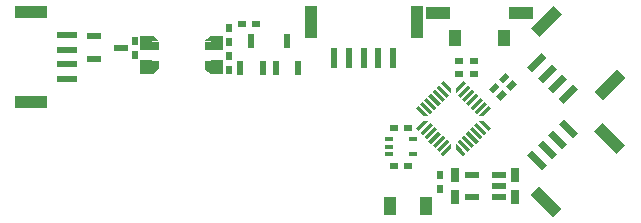
<source format=gbr>
G04 #@! TF.FileFunction,Paste,Bot*
%FSLAX46Y46*%
G04 Gerber Fmt 4.6, Leading zero omitted, Abs format (unit mm)*
G04 Created by KiCad (PCBNEW 4.0.7-e2-6376~58~ubuntu14.04.1) date Mon Aug  6 17:59:04 2018*
%MOMM*%
%LPD*%
G01*
G04 APERTURE LIST*
%ADD10C,0.100000*%
%ADD11R,0.750000X1.200000*%
%ADD12R,0.600000X1.700000*%
%ADD13R,1.000000X2.700000*%
%ADD14R,1.600000X0.800000*%
%ADD15R,1.000000X1.200000*%
%ADD16R,1.700000X0.600000*%
%ADD17R,2.700000X1.000000*%
%ADD18R,1.000000X1.600000*%
%ADD19R,1.200000X0.600000*%
%ADD20R,0.600000X1.200000*%
%ADD21R,0.500000X0.800000*%
%ADD22R,0.800000X0.500000*%
%ADD23R,0.800000X0.300000*%
%ADD24R,1.000000X1.400000*%
%ADD25R,2.000000X1.000000*%
G04 APERTURE END LIST*
D10*
D11*
X195750000Y-75350000D03*
X195750000Y-77250000D03*
D10*
G36*
X191560660Y-67630152D02*
X190924264Y-68266548D01*
X190712132Y-68054416D01*
X191348528Y-67418020D01*
X191560660Y-67630152D01*
X191560660Y-67630152D01*
G37*
G36*
X191914213Y-67983705D02*
X191065685Y-68832233D01*
X190853553Y-68620101D01*
X191702081Y-67771573D01*
X191914213Y-67983705D01*
X191914213Y-67983705D01*
G37*
G36*
X192267767Y-68337258D02*
X191419239Y-69185786D01*
X191207107Y-68973654D01*
X192055635Y-68125126D01*
X192267767Y-68337258D01*
X192267767Y-68337258D01*
G37*
G36*
X192621320Y-68690812D02*
X191772792Y-69539340D01*
X191560660Y-69327208D01*
X192409188Y-68478680D01*
X192621320Y-68690812D01*
X192621320Y-68690812D01*
G37*
G36*
X192974874Y-69044365D02*
X192126346Y-69892893D01*
X191914214Y-69680761D01*
X192762742Y-68832233D01*
X192974874Y-69044365D01*
X192974874Y-69044365D01*
G37*
G36*
X193328427Y-69397919D02*
X192479899Y-70246447D01*
X192267767Y-70034315D01*
X193116295Y-69185787D01*
X193328427Y-69397919D01*
X193328427Y-69397919D01*
G37*
G36*
X193681980Y-69751472D02*
X193045584Y-70387868D01*
X192833452Y-70175736D01*
X193469848Y-69539340D01*
X193681980Y-69751472D01*
X193681980Y-69751472D01*
G37*
G36*
X193469848Y-71660660D02*
X192833452Y-71024264D01*
X193045584Y-70812132D01*
X193681980Y-71448528D01*
X193469848Y-71660660D01*
X193469848Y-71660660D01*
G37*
G36*
X193116295Y-72014213D02*
X192267767Y-71165685D01*
X192479899Y-70953553D01*
X193328427Y-71802081D01*
X193116295Y-72014213D01*
X193116295Y-72014213D01*
G37*
G36*
X192762742Y-72367767D02*
X191914214Y-71519239D01*
X192126346Y-71307107D01*
X192974874Y-72155635D01*
X192762742Y-72367767D01*
X192762742Y-72367767D01*
G37*
G36*
X192409188Y-72721320D02*
X191560660Y-71872792D01*
X191772792Y-71660660D01*
X192621320Y-72509188D01*
X192409188Y-72721320D01*
X192409188Y-72721320D01*
G37*
G36*
X192055635Y-73074874D02*
X191207107Y-72226346D01*
X191419239Y-72014214D01*
X192267767Y-72862742D01*
X192055635Y-73074874D01*
X192055635Y-73074874D01*
G37*
G36*
X191702081Y-73428427D02*
X190853553Y-72579899D01*
X191065685Y-72367767D01*
X191914213Y-73216295D01*
X191702081Y-73428427D01*
X191702081Y-73428427D01*
G37*
G36*
X191348528Y-73781980D02*
X190712132Y-73145584D01*
X190924264Y-72933452D01*
X191560660Y-73569848D01*
X191348528Y-73781980D01*
X191348528Y-73781980D01*
G37*
G36*
X190287868Y-73145584D02*
X189651472Y-73781980D01*
X189439340Y-73569848D01*
X190075736Y-72933452D01*
X190287868Y-73145584D01*
X190287868Y-73145584D01*
G37*
G36*
X190146447Y-72579899D02*
X189297919Y-73428427D01*
X189085787Y-73216295D01*
X189934315Y-72367767D01*
X190146447Y-72579899D01*
X190146447Y-72579899D01*
G37*
G36*
X189792893Y-72226346D02*
X188944365Y-73074874D01*
X188732233Y-72862742D01*
X189580761Y-72014214D01*
X189792893Y-72226346D01*
X189792893Y-72226346D01*
G37*
G36*
X189439340Y-71872792D02*
X188590812Y-72721320D01*
X188378680Y-72509188D01*
X189227208Y-71660660D01*
X189439340Y-71872792D01*
X189439340Y-71872792D01*
G37*
G36*
X189085786Y-71519239D02*
X188237258Y-72367767D01*
X188025126Y-72155635D01*
X188873654Y-71307107D01*
X189085786Y-71519239D01*
X189085786Y-71519239D01*
G37*
G36*
X188732233Y-71165685D02*
X187883705Y-72014213D01*
X187671573Y-71802081D01*
X188520101Y-70953553D01*
X188732233Y-71165685D01*
X188732233Y-71165685D01*
G37*
G36*
X188166548Y-71024264D02*
X187530152Y-71660660D01*
X187318020Y-71448528D01*
X187954416Y-70812132D01*
X188166548Y-71024264D01*
X188166548Y-71024264D01*
G37*
G36*
X187954416Y-70387868D02*
X187318020Y-69751472D01*
X187530152Y-69539340D01*
X188166548Y-70175736D01*
X187954416Y-70387868D01*
X187954416Y-70387868D01*
G37*
G36*
X188520101Y-70246447D02*
X187671573Y-69397919D01*
X187883705Y-69185787D01*
X188732233Y-70034315D01*
X188520101Y-70246447D01*
X188520101Y-70246447D01*
G37*
G36*
X188873654Y-69892893D02*
X188025126Y-69044365D01*
X188237258Y-68832233D01*
X189085786Y-69680761D01*
X188873654Y-69892893D01*
X188873654Y-69892893D01*
G37*
G36*
X189227208Y-69539340D02*
X188378680Y-68690812D01*
X188590812Y-68478680D01*
X189439340Y-69327208D01*
X189227208Y-69539340D01*
X189227208Y-69539340D01*
G37*
G36*
X189580761Y-69185786D02*
X188732233Y-68337258D01*
X188944365Y-68125126D01*
X189792893Y-68973654D01*
X189580761Y-69185786D01*
X189580761Y-69185786D01*
G37*
G36*
X189934315Y-68832233D02*
X189085787Y-67983705D01*
X189297919Y-67771573D01*
X190146447Y-68620101D01*
X189934315Y-68832233D01*
X189934315Y-68832233D01*
G37*
G36*
X190075736Y-68266548D02*
X189439340Y-67630152D01*
X189651472Y-67418020D01*
X190287868Y-68054416D01*
X190075736Y-68266548D01*
X190075736Y-68266548D01*
G37*
G36*
X191242462Y-67948349D02*
X190676776Y-68514035D01*
X190676776Y-68089771D01*
X190818198Y-67948349D01*
X191242462Y-67948349D01*
X191242462Y-67948349D01*
G37*
G36*
X190323224Y-68514035D02*
X189757538Y-67948349D01*
X190181802Y-67948349D01*
X190323224Y-68089771D01*
X190323224Y-68514035D01*
X190323224Y-68514035D01*
G37*
G36*
X190676776Y-72685965D02*
X191242462Y-73251651D01*
X190818198Y-73251651D01*
X190676776Y-73110229D01*
X190676776Y-72685965D01*
X190676776Y-72685965D01*
G37*
G36*
X189757538Y-73251651D02*
X190323224Y-72685965D01*
X190323224Y-73110229D01*
X190181802Y-73251651D01*
X189757538Y-73251651D01*
X189757538Y-73251651D01*
G37*
G36*
X192585965Y-70423224D02*
X193151651Y-69857538D01*
X193151651Y-70281802D01*
X193010229Y-70423224D01*
X192585965Y-70423224D01*
X192585965Y-70423224D01*
G37*
G36*
X193151651Y-71342462D02*
X192585965Y-70776776D01*
X193010229Y-70776776D01*
X193151651Y-70918198D01*
X193151651Y-71342462D01*
X193151651Y-71342462D01*
G37*
G36*
X188414035Y-70776776D02*
X187848349Y-71342462D01*
X187848349Y-70918198D01*
X187989771Y-70776776D01*
X188414035Y-70776776D01*
X188414035Y-70776776D01*
G37*
G36*
X187848349Y-69857538D02*
X188414035Y-70423224D01*
X187989771Y-70423224D01*
X187848349Y-70281802D01*
X187848349Y-69857538D01*
X187848349Y-69857538D01*
G37*
D12*
X182900000Y-65500000D03*
X184150000Y-65500000D03*
X181650000Y-65500000D03*
X180400000Y-65500000D03*
D13*
X187400000Y-62450000D03*
X178400000Y-62450000D03*
D12*
X185400000Y-65500000D03*
D14*
X164800000Y-64450000D03*
X164800000Y-66050000D03*
X170200000Y-64450000D03*
X170200000Y-66050000D03*
D15*
X170500000Y-64250000D03*
X170500000Y-66250000D03*
X164500000Y-64250000D03*
X164500000Y-66250000D03*
D10*
G36*
X170050000Y-63650000D02*
X170600000Y-64050000D01*
X169400000Y-64050000D01*
X169950000Y-63650000D01*
X170050000Y-63650000D01*
X170050000Y-63650000D01*
G37*
G36*
X169950000Y-66850000D02*
X169400000Y-66450000D01*
X170600000Y-66450000D01*
X170050000Y-66850000D01*
X169950000Y-66850000D01*
X169950000Y-66850000D01*
G37*
G36*
X165050000Y-63650000D02*
X165600000Y-64050000D01*
X164400000Y-64050000D01*
X164950000Y-63650000D01*
X165050000Y-63650000D01*
X165050000Y-63650000D01*
G37*
G36*
X164950000Y-66850000D02*
X164400000Y-66450000D01*
X165600000Y-66450000D01*
X165050000Y-66850000D01*
X164950000Y-66850000D01*
X164950000Y-66850000D01*
G37*
D16*
X157800000Y-64775000D03*
X157800000Y-63525000D03*
X157800000Y-66025000D03*
X157800000Y-67275000D03*
D17*
X154750000Y-61600000D03*
X154750000Y-69200000D03*
D10*
G36*
X198526687Y-68032932D02*
X199728769Y-66830850D01*
X200153033Y-67255114D01*
X198950951Y-68457196D01*
X198526687Y-68032932D01*
X198526687Y-68032932D01*
G37*
G36*
X199410571Y-68916816D02*
X200612653Y-67714734D01*
X201036917Y-68138998D01*
X199834835Y-69341080D01*
X199410571Y-68916816D01*
X199410571Y-68916816D01*
G37*
G36*
X197642804Y-67149049D02*
X198844886Y-65946967D01*
X199269150Y-66371231D01*
X198067068Y-67573313D01*
X197642804Y-67149049D01*
X197642804Y-67149049D01*
G37*
G36*
X196758920Y-66265165D02*
X197961002Y-65063083D01*
X198385266Y-65487347D01*
X197183184Y-66689429D01*
X196758920Y-66265165D01*
X196758920Y-66265165D01*
G37*
G36*
X202433452Y-68333453D02*
X204342641Y-66424264D01*
X205049748Y-67131371D01*
X203140559Y-69040560D01*
X202433452Y-68333453D01*
X202433452Y-68333453D01*
G37*
G36*
X197059440Y-62959441D02*
X198968629Y-61050252D01*
X199675736Y-61757359D01*
X197766547Y-63666548D01*
X197059440Y-62959441D01*
X197059440Y-62959441D01*
G37*
G36*
X198067068Y-72426687D02*
X199269150Y-73628769D01*
X198844886Y-74053033D01*
X197642804Y-72850951D01*
X198067068Y-72426687D01*
X198067068Y-72426687D01*
G37*
G36*
X197183184Y-73310571D02*
X198385266Y-74512653D01*
X197961002Y-74936917D01*
X196758920Y-73734835D01*
X197183184Y-73310571D01*
X197183184Y-73310571D01*
G37*
G36*
X198950951Y-71542804D02*
X200153033Y-72744886D01*
X199728769Y-73169150D01*
X198526687Y-71967068D01*
X198950951Y-71542804D01*
X198950951Y-71542804D01*
G37*
G36*
X199834835Y-70658920D02*
X201036917Y-71861002D01*
X200612653Y-72285266D01*
X199410571Y-71083184D01*
X199834835Y-70658920D01*
X199834835Y-70658920D01*
G37*
G36*
X197766547Y-76333452D02*
X199675736Y-78242641D01*
X198968629Y-78949748D01*
X197059440Y-77040559D01*
X197766547Y-76333452D01*
X197766547Y-76333452D01*
G37*
G36*
X203140559Y-70959440D02*
X205049748Y-72868629D01*
X204342641Y-73575736D01*
X202433452Y-71666547D01*
X203140559Y-70959440D01*
X203140559Y-70959440D01*
G37*
D18*
X188150000Y-78000000D03*
X185150000Y-78000000D03*
D19*
X162350000Y-64600000D03*
X160050000Y-65550000D03*
X160050000Y-63650000D03*
D20*
X173400000Y-64050000D03*
X174350000Y-66350000D03*
X172450000Y-66350000D03*
X176400000Y-64050000D03*
X177350000Y-66350000D03*
X175450000Y-66350000D03*
D21*
X171500000Y-66500000D03*
X171500000Y-65300000D03*
X171500000Y-62900000D03*
X171500000Y-64100000D03*
X163500000Y-64000000D03*
X163500000Y-65200000D03*
D22*
X172600000Y-62600000D03*
X173800000Y-62600000D03*
D10*
G36*
X194930330Y-66716117D02*
X195283883Y-67069670D01*
X194718198Y-67635355D01*
X194364645Y-67281802D01*
X194930330Y-66716117D01*
X194930330Y-66716117D01*
G37*
G36*
X194081802Y-67564645D02*
X194435355Y-67918198D01*
X193869670Y-68483883D01*
X193516117Y-68130330D01*
X194081802Y-67564645D01*
X194081802Y-67564645D01*
G37*
G36*
X195530330Y-67316117D02*
X195883883Y-67669670D01*
X195318198Y-68235355D01*
X194964645Y-67881802D01*
X195530330Y-67316117D01*
X195530330Y-67316117D01*
G37*
G36*
X194681802Y-68164645D02*
X195035355Y-68518198D01*
X194469670Y-69083883D01*
X194116117Y-68730330D01*
X194681802Y-68164645D01*
X194681802Y-68164645D01*
G37*
D22*
X192200000Y-66800000D03*
X191000000Y-66800000D03*
X185450000Y-71400000D03*
X186650000Y-71400000D03*
X185450000Y-74600000D03*
X186650000Y-74600000D03*
D23*
X185050000Y-73650000D03*
X185050000Y-73000000D03*
X185050000Y-72350000D03*
X187050000Y-72350000D03*
X187050000Y-73650000D03*
D19*
X194350000Y-76300000D03*
X194350000Y-75350000D03*
X194350000Y-77250000D03*
X192050000Y-77250000D03*
X192050000Y-75350000D03*
D21*
X189350000Y-76600000D03*
X189350000Y-75400000D03*
D11*
X190600000Y-75350000D03*
X190600000Y-77250000D03*
D22*
X192200000Y-65700000D03*
X191000000Y-65700000D03*
D24*
X190600000Y-63800000D03*
X194800000Y-63800000D03*
D25*
X189200000Y-61650000D03*
X196200000Y-61650000D03*
M02*

</source>
